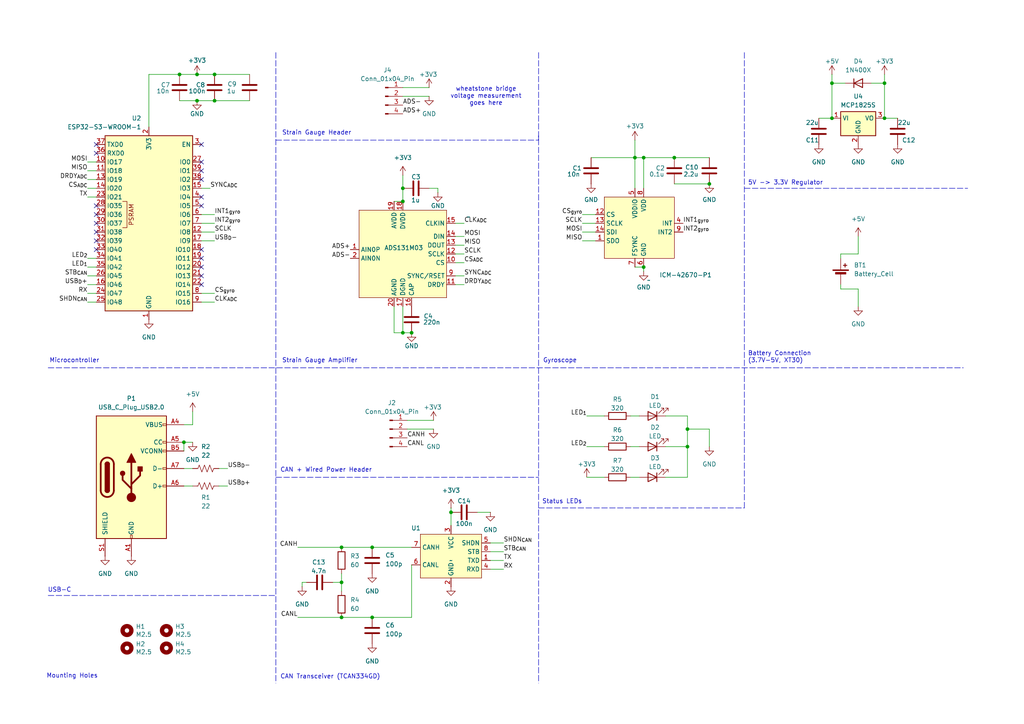
<source format=kicad_sch>
(kicad_sch (version 20231120) (generator "eeschema") (generator_version "8.0")
  (paper "A4")
  (lib_symbols
    (symbol "0_pwrmtr:ADS131M03"
      (property "Reference" "ADS131M03" (at -19.05 15.24 0))
      (symbol "ADS131M03_1_1"
        (rectangle (start -12.7 12.7) (end 12.7 -12.7) (fill (type background)))
        (pin input line (at -15.24 1.27 0) (length 2.54) (name "AIN0P") (number "1"))
        (pin input line (at 15.24 -2.54 180) (length 2.54) (name "CS") (number "10"))
        (pin input line (at 15.24 -8.89 180) (length 2.54) (name "DRDY") (number "11"))
        (pin input line (at 15.24 0 180) (length 2.54) (name "SCLK") (number "12"))
        (pin input line (at 15.24 2.54 180) (length 2.54) (name "DOUT") (number "13"))
        (pin input line (at 15.24 5.08 180) (length 2.54) (name "DIN") (number "14"))
        (pin input line (at 15.24 8.89 180) (length 2.54) (name "CLKIN") (number "15"))
        (pin input line (at 2.54 -15.24 90) (length 2.54) (name "CAP") (number "16"))
        (pin input line (at 0 -15.24 90) (length 2.54) (name "DGND") (number "17"))
        (pin input line (at 0 15.24 270) (length 2.54) (name "DVDD") (number "18"))
        (pin input line (at -2.54 15.24 270) (length 2.54) (name "AVDD") (number "19"))
        (pin input line (at -15.24 -1.27 0) (length 2.54) (name "AIN0N") (number "2"))
        (pin input line (at -2.54 -15.24 90) (length 2.54) (name "AGND") (number "20"))
        (pin input line (at -15.24 -8.89 0) (length 2.54) hide (name "AIN1N") (number "3"))
        (pin input line (at -15.24 -10.16 0) (length 2.54) hide (name "AIN1P") (number "4"))
        (pin input line (at -15.24 -11.43 0) (length 2.54) hide (name "AIN2P") (number "5"))
        (pin input line (at -12.7 -15.24 90) (length 2.54) hide (name "AIN2N") (number "6"))
        (pin input line (at -11.43 -15.24 90) (length 2.54) hide (name "NC") (number "7"))
        (pin input line (at -10.16 -15.24 90) (length 2.54) hide (name "NC") (number "8"))
        (pin input line (at 15.24 -6.35 180) (length 2.54) (name "SYNC/RSET") (number "9"))
      )
    )
    (symbol "0_pwrmtr:ICM-42670-P"
      (property "Reference" "ICM-42670-P" (at -21.59 12.7 0))
      (symbol "ICM-42670-P_1_1"
        (rectangle (start -10.16 8.89) (end 10.16 -8.89) (fill (type background)))
        (pin input line (at -12.7 -3.81 0) (length 2.54) (name "SDO") (number "1"))
        (pin no_connect line (at 5.08 11.43 270) (length 2.54) hide (name "NC") (number "10"))
        (pin no_connect line (at 7.62 11.43 270) (length 2.54) hide (name "NC") (number "11"))
        (pin input line (at -12.7 3.81 0) (length 2.54) (name "CS") (number "12"))
        (pin input line (at -12.7 1.27 0) (length 2.54) (name "SCLK") (number "13"))
        (pin input line (at -12.7 -1.27 0) (length 2.54) (name "SDI") (number "14"))
        (pin no_connect line (at -7.62 11.43 270) (length 2.54) hide (name "NC") (number "2"))
        (pin no_connect line (at -5.08 11.43 270) (length 2.54) hide (name "NC") (number "3"))
        (pin input line (at 12.7 1.27 180) (length 2.54) (name "INT") (number "4"))
        (pin input line (at -1.27 11.43 270) (length 2.54) (name "VDDIO") (number "5"))
        (pin input line (at 1.27 -11.43 90) (length 2.54) (name "GND") (number "6"))
        (pin input line (at -1.27 -11.43 90) (length 2.54) (name "FSYNC") (number "7"))
        (pin input line (at 1.27 11.43 270) (length 2.54) (name "VDD") (number "8"))
        (pin input line (at 12.7 -1.27 180) (length 2.54) (name "INT2") (number "9"))
      )
    )
    (symbol "0_pwrmtr:TCAN334"
      (property "Reference" "U" (at 0 0 0))
      (symbol "TCAN334_1_1"
        (rectangle (start -8.89 6.35) (end 8.89 -6.35) (fill (type background)))
        (pin input line (at 11.43 -1.27 180) (length 2.54) (name "TXD") (number "1"))
        (pin passive line (at 0 -8.89 90) (length 2.54) (name "GND") (number "2"))
        (pin power_in line (at 0 8.89 270) (length 2.54) (name "VCC") (number "3"))
        (pin output line (at 11.43 -3.81 180) (length 2.54) (name "RXD") (number "4"))
        (pin input line (at 11.43 3.81 180) (length 2.54) (name "SHDN") (number "5"))
        (pin output line (at -11.43 -2.54 0) (length 2.54) (name "CANL") (number "6"))
        (pin output line (at -11.43 2.54 0) (length 2.54) (name "CANH") (number "7"))
        (pin input line (at 11.43 1.27 180) (length 2.54) (name "STB") (number "8"))
      )
    )
    (symbol "Connector:Conn_01x04_Pin" (pin_names (offset 1.016) hide)
      (property "Reference" "J" (at 0 5.08 0))
      (property "Value" "Conn_01x04_Pin" (at 0 -7.62 0))
      (symbol "Conn_01x04_Pin_1_1"
        (polyline (pts (xy 1.27 -5.08) (xy 0.8636 -5.08)) (stroke (width 0.1524)))
        (polyline (pts (xy 1.27 -2.54) (xy 0.8636 -2.54)) (stroke (width 0.1524)))
        (polyline (pts (xy 1.27 0) (xy 0.8636 0)) (stroke (width 0.1524)))
        (polyline (pts (xy 1.27 2.54) (xy 0.8636 2.54)) (stroke (width 0.1524)))
        (rectangle (start 0.8636 -4.953) (end 0 -5.207) (stroke (width 0.1524)) (fill (type outline)))
        (rectangle (start 0.8636 -2.413) (end 0 -2.667) (stroke (width 0.1524)) (fill (type outline)))
        (rectangle (start 0.8636 0.127) (end 0 -0.127) (stroke (width 0.1524)) (fill (type outline)))
        (rectangle (start 0.8636 2.667) (end 0 2.413) (stroke (width 0.1524)) (fill (type outline)))
        (pin passive line (at 5.08 2.54 180) (length 3.81) (name "Pin_1") (number "1"))
        (pin passive line (at 5.08 0 180) (length 3.81) (name "Pin_2") (number "2"))
        (pin passive line (at 5.08 -2.54 180) (length 3.81) (name "Pin_3") (number "3"))
        (pin passive line (at 5.08 -5.08 180) (length 3.81) (name "Pin_4") (number "4"))
      )
    )
    (symbol "Connector:USB_C_Plug_USB2.0" (pin_names (offset 1.016))
      (property "Reference" "P" (at -10.16 19.05 0))
      (property "Value" "USB_C_Plug_USB2.0" (at 12.7 19.05 0))
      (symbol "USB_C_Plug_USB2.0_0_0"
        (rectangle (start -0.254 -17.78) (end 0.254 -16.764))
        (rectangle (start 10.16 -2.286) (end 9.144 -2.794))
        (rectangle (start 10.16 2.794) (end 9.144 2.286))
        (rectangle (start 10.16 7.874) (end 9.144 7.366))
        (rectangle (start 10.16 10.414) (end 9.144 9.906))
        (rectangle (start 10.16 15.494) (end 9.144 14.986))
      )
      (symbol "USB_C_Plug_USB2.0_0_1"
        (rectangle (start -10.16 17.78) (end 10.16 -17.78) (stroke (width 0.254)) (fill (type background)))
        (arc (start -8.89 -3.81) (mid -6.985 -5.7067) (end -5.08 -3.81) (stroke (width 0.508)))
        (arc (start -7.62 -3.81) (mid -6.985 -4.4423) (end -6.35 -3.81) (stroke (width 0.254)))
        (arc (start -7.62 -3.81) (mid -6.985 -4.4423) (end -6.35 -3.81) (stroke (width 0.254)) (fill (type outline)))
        (rectangle (start -7.62 -3.81) (end -6.35 3.81) (stroke (width 0.254)) (fill (type outline)))
        (arc (start -6.35 3.81) (mid -6.985 4.4423) (end -7.62 3.81) (stroke (width 0.254)))
        (arc (start -6.35 3.81) (mid -6.985 4.4423) (end -7.62 3.81) (stroke (width 0.254)) (fill (type outline)))
        (arc (start -5.08 3.81) (mid -6.985 5.7067) (end -8.89 3.81) (stroke (width 0.508)))
        (circle (center -2.54 1.143) (radius 0.635) (stroke (width 0.254)) (fill (type outline)))
        (circle (center 0 -5.842) (radius 1.27) (fill (type outline)))
        (polyline (pts (xy -8.89 -3.81) (xy -8.89 3.81)) (stroke (width 0.508)))
        (polyline (pts (xy -5.08 3.81) (xy -5.08 -3.81)) (stroke (width 0.508)))
        (polyline (pts (xy 0 -5.842) (xy 0 4.318)) (stroke (width 0.508)))
        (polyline (pts (xy 0 -3.302) (xy -2.54 -0.762) (xy -2.54 0.508)) (stroke (width 0.508)))
        (polyline (pts (xy 0 -2.032) (xy 2.54 0.508) (xy 2.54 1.778)) (stroke (width 0.508)))
        (polyline (pts (xy -1.27 4.318) (xy 0 6.858) (xy 1.27 4.318) (xy -1.27 4.318)) (stroke (width 0.254)) (fill (type outline)))
        (rectangle (start 1.905 1.778) (end 3.175 3.048) (stroke (width 0.254)) (fill (type outline)))
      )
      (symbol "USB_C_Plug_USB2.0_1_1"
        (pin passive line (at 0 -22.86 90) (length 5.08) (name "GND") (number "A1"))
        (pin passive line (at 0 -22.86 90) (length 5.08) hide (name "GND") (number "A12"))
        (pin passive line (at 15.24 15.24 180) (length 5.08) (name "VBUS") (number "A4"))
        (pin bidirectional line (at 15.24 10.16 180) (length 5.08) (name "CC") (number "A5"))
        (pin bidirectional line (at 15.24 -2.54 180) (length 5.08) (name "D+") (number "A6"))
        (pin bidirectional line (at 15.24 2.54 180) (length 5.08) (name "D-") (number "A7"))
        (pin passive line (at 15.24 15.24 180) (length 5.08) hide (name "VBUS") (number "A9"))
        (pin passive line (at 0 -22.86 90) (length 5.08) hide (name "GND") (number "B1"))
        (pin passive line (at 0 -22.86 90) (length 5.08) hide (name "GND") (number "B12"))
        (pin passive line (at 15.24 15.24 180) (length 5.08) hide (name "VBUS") (number "B4"))
        (pin bidirectional line (at 15.24 7.62 180) (length 5.08) (name "VCONN") (number "B5"))
        (pin passive line (at 15.24 15.24 180) (length 5.08) hide (name "VBUS") (number "B9"))
        (pin passive line (at -7.62 -22.86 90) (length 5.08) (name "SHIELD") (number "S1"))
      )
    )
    (symbol "Device:Battery_Cell" (pin_numbers hide) (pin_names (offset 0) hide)
      (property "Reference" "BT" (at 2.54 2.54 0))
      (property "Value" "Battery_Cell" (at 2.54 0 0))
      (symbol "Battery_Cell_0_1"
        (rectangle (start -2.286 1.778) (end 2.286 1.524) (fill (type outline)))
        (rectangle (start -1.524 1.016) (end 1.524 0.508) (fill (type outline)))
        (polyline (pts (xy 0 0.762) (xy 0 0)))
        (polyline (pts (xy 0 1.778) (xy 0 2.54)))
        (polyline (pts (xy 0.762 3.048) (xy 1.778 3.048)) (stroke (width 0.254)))
        (polyline (pts (xy 1.27 3.556) (xy 1.27 2.54)) (stroke (width 0.254)))
      )
      (symbol "Battery_Cell_1_1"
        (pin passive line (at 0 5.08 270) (length 2.54) (name "+") (number "1"))
        (pin passive line (at 0 -2.54 90) (length 2.54) (name "-") (number "2"))
      )
    )
    (symbol "Device:C" (pin_numbers hide) (pin_names (offset 0.254))
      (property "Reference" "C" (at 0.635 2.54 0))
      (property "Value" "C" (at 0.635 -2.54 0))
      (symbol "C_0_1"
        (polyline (pts (xy -2.032 -0.762) (xy 2.032 -0.762)) (stroke (width 0.508)))
        (polyline (pts (xy -2.032 0.762) (xy 2.032 0.762)) (stroke (width 0.508)))
      )
      (symbol "C_1_1"
        (pin passive line (at 0 3.81 270) (length 2.794) (name "~") (number "1"))
        (pin passive line (at 0 -3.81 90) (length 2.794) (name "~") (number "2"))
      )
    )
    (symbol "Device:D" (pin_numbers hide) (pin_names (offset 1.016) hide)
      (property "Reference" "D" (at 0 2.54 0))
      (property "Value" "D" (at 0 -2.54 0))
      (symbol "D_0_1"
        (polyline (pts (xy -1.27 1.27) (xy -1.27 -1.27)) (stroke (width 0.254)))
        (polyline (pts (xy 1.27 0) (xy -1.27 0)))
        (polyline (pts (xy 1.27 1.27) (xy 1.27 -1.27) (xy -1.27 0) (xy 1.27 1.27)) (stroke (width 0.254)))
      )
      (symbol "D_1_1"
        (pin passive line (at -3.81 0 0) (length 2.54) (name "K") (number "1"))
        (pin passive line (at 3.81 0 180) (length 2.54) (name "A") (number "2"))
      )
    )
    (symbol "Device:LED" (pin_numbers hide) (pin_names (offset 1.016) hide)
      (property "Reference" "D" (at 0 2.54 0))
      (property "Value" "LED" (at 0 -2.54 0))
      (symbol "LED_0_1"
        (polyline (pts (xy -1.27 -1.27) (xy -1.27 1.27)) (stroke (width 0.254)))
        (polyline (pts (xy -1.27 0) (xy 1.27 0)))
        (polyline (pts (xy 1.27 -1.27) (xy 1.27 1.27) (xy -1.27 0) (xy 1.27 -1.27)) (stroke (width 0.254)))
        (polyline (pts (xy -3.048 -0.762) (xy -4.572 -2.286) (xy -3.81 -2.286) (xy -4.572 -2.286) (xy -4.572 -1.524)))
        (polyline (pts (xy -1.778 -0.762) (xy -3.302 -2.286) (xy -2.54 -2.286) (xy -3.302 -2.286) (xy -3.302 -1.524)))
      )
      (symbol "LED_1_1"
        (pin passive line (at -3.81 0 0) (length 2.54) (name "K") (number "1"))
        (pin passive line (at 3.81 0 180) (length 2.54) (name "A") (number "2"))
      )
    )
    (symbol "Device:R" (pin_numbers hide) (pin_names (offset 0))
      (property "Reference" "R" (at 2.032 0 90))
      (property "Value" "R" (at 0 0 90))
      (symbol "R_0_1"
        (rectangle (start -1.016 -2.54) (end 1.016 2.54) (stroke (width 0.254)))
      )
      (symbol "R_1_1"
        (pin passive line (at 0 3.81 270) (length 1.27) (name "~") (number "1"))
        (pin passive line (at 0 -3.81 90) (length 1.27) (name "~") (number "2"))
      )
    )
    (symbol "Device:R_US" (pin_numbers hide) (pin_names (offset 0))
      (property "Reference" "R" (at 2.54 0 90))
      (property "Value" "R_US" (at -2.54 0 90))
      (symbol "R_US_0_1"
        (polyline (pts (xy 0 -2.286) (xy 0 -2.54)))
        (polyline (pts (xy 0 2.286) (xy 0 2.54)))
        (polyline (pts (xy 0 -0.762) (xy 1.016 -1.143) (xy 0 -1.524) (xy -1.016 -1.905) (xy 0 -2.286)))
        (polyline (pts (xy 0 0.762) (xy 1.016 0.381) (xy 0 0) (xy -1.016 -0.381) (xy 0 -0.762)))
        (polyline (pts (xy 0 2.286) (xy 1.016 1.905) (xy 0 1.524) (xy -1.016 1.143) (xy 0 0.762)))
      )
      (symbol "R_US_1_1"
        (pin passive line (at 0 3.81 270) (length 1.27) (name "~") (number "1"))
        (pin passive line (at 0 -3.81 90) (length 1.27) (name "~") (number "2"))
      )
    )
    (symbol "Mechanical:MountingHole" (pin_names (offset 1.016))
      (property "Reference" "H" (at 0 5.08 0))
      (property "Value" "MountingHole" (at 0 3.175 0))
      (symbol "MountingHole_0_1"
        (circle (center 0 0) (radius 1.27) (stroke (width 1.27)))
      )
    )
    (symbol "RF_Module:ESP32-S3-WROOM-1"
      (property "Reference" "U" (at -12.7 26.67 0))
      (property "Value" "ESP32-S3-WROOM-1" (at 12.7 26.67 0))
      (symbol "ESP32-S3-WROOM-1_0_0"
        (rectangle (start -12.7 25.4) (end 12.7 -25.4) (stroke (width 0.254)) (fill (type background)))
        (text "PSRAM" (at 5.08 2.54 900) (effects (font (size 1.27 1.27))))
      )
      (symbol "ESP32-S3-WROOM-1_0_1"
        (polyline (pts (xy 7.62 -1.27) (xy 6.35 -1.27) (xy 6.35 6.35) (xy 7.62 6.35)))
      )
      (symbol "ESP32-S3-WROOM-1_1_1"
        (pin power_in line (at 0 -27.94 90) (length 2.54) (name "GND") (number "1"))
        (pin bidirectional line (at 15.24 17.78 180) (length 2.54) (name "IO17") (number "10"))
        (pin bidirectional line (at 15.24 15.24 180) (length 2.54) (name "IO18") (number "11"))
        (pin bidirectional line (at -15.24 -2.54 0) (length 2.54) (name "IO8") (number "12"))
        (pin bidirectional line (at 15.24 12.7 180) (length 2.54) (name "IO19") (number "13"))
        (pin bidirectional line (at 15.24 10.16 180) (length 2.54) (name "IO20") (number "14"))
        (pin bidirectional line (at -15.24 10.16 0) (length 2.54) (name "IO3") (number "15"))
        (pin bidirectional line (at 15.24 -17.78 180) (length 2.54) (name "IO46") (number "16"))
        (pin bidirectional line (at -15.24 -5.08 0) (length 2.54) (name "IO9") (number "17"))
        (pin bidirectional line (at -15.24 -7.62 0) (length 2.54) (name "IO10") (number "18"))
        (pin bidirectional line (at -15.24 -10.16 0) (length 2.54) (name "IO11") (number "19"))
        (pin power_in line (at 0 27.94 270) (length 2.54) (name "3V3") (number "2"))
        (pin bidirectional line (at -15.24 -12.7 0) (length 2.54) (name "IO12") (number "20"))
        (pin bidirectional line (at -15.24 -15.24 0) (length 2.54) (name "IO13") (number "21"))
        (pin bidirectional line (at -15.24 -17.78 0) (length 2.54) (name "IO14") (number "22"))
        (pin bidirectional line (at 15.24 7.62 180) (length 2.54) (name "IO21") (number "23"))
        (pin bidirectional line (at 15.24 -20.32 180) (length 2.54) (name "IO47") (number "24"))
        (pin bidirectional line (at 15.24 -22.86 180) (length 2.54) (name "IO48") (number "25"))
        (pin bidirectional line (at 15.24 -15.24 180) (length 2.54) (name "IO45") (number "26"))
        (pin bidirectional line (at -15.24 17.78 0) (length 2.54) (name "IO0") (number "27"))
        (pin bidirectional line (at 15.24 5.08 180) (length 2.54) (name "IO35") (number "28"))
        (pin bidirectional line (at 15.24 2.54 180) (length 2.54) (name "IO36") (number "29"))
        (pin input line (at -15.24 22.86 0) (length 2.54) (name "EN") (number "3"))
        (pin bidirectional line (at 15.24 0 180) (length 2.54) (name "IO37") (number "30"))
        (pin bidirectional line (at 15.24 -2.54 180) (length 2.54) (name "IO38") (number "31"))
        (pin bidirectional line (at 15.24 -5.08 180) (length 2.54) (name "IO39") (number "32"))
        (pin bidirectional line (at 15.24 -7.62 180) (length 2.54) (name "IO40") (number "33"))
        (pin bidirectional line (at 15.24 -10.16 180) (length 2.54) (name "IO41") (number "34"))
        (pin bidirectional line (at 15.24 -12.7 180) (length 2.54) (name "IO42") (number "35"))
        (pin bidirectional line (at 15.24 20.32 180) (length 2.54) (name "RXD0") (number "36"))
        (pin bidirectional line (at 15.24 22.86 180) (length 2.54) (name "TXD0") (number "37"))
        (pin bidirectional line (at -15.24 12.7 0) (length 2.54) (name "IO2") (number "38"))
        (pin bidirectional line (at -15.24 15.24 0) (length 2.54) (name "IO1") (number "39"))
        (pin bidirectional line (at -15.24 7.62 0) (length 2.54) (name "IO4") (number "4"))
        (pin passive line (at 0 -27.94 90) (length 2.54) hide (name "GND") (number "40"))
        (pin passive line (at 0 -27.94 90) (length 2.54) hide (name "GND") (number "41"))
        (pin bidirectional line (at -15.24 5.08 0) (length 2.54) (name "IO5") (number "5"))
        (pin bidirectional line (at -15.24 2.54 0) (length 2.54) (name "IO6") (number "6"))
        (pin bidirectional line (at -15.24 0 0) (length 2.54) (name "IO7") (number "7"))
        (pin bidirectional line (at -15.24 -20.32 0) (length 2.54) (name "IO15") (number "8"))
        (pin bidirectional line (at -15.24 -22.86 0) (length 2.54) (name "IO16") (number "9"))
      )
    )
    (symbol "Regulator_Linear:MCP1825S"
      (property "Reference" "U" (at -3.81 3.175 0))
      (property "Value" "MCP1825S" (at 0 3.175 0))
      (symbol "MCP1825S_0_1"
        (rectangle (start -5.08 1.905) (end 5.08 -5.08) (stroke (width 0.254)) (fill (type background)))
      )
      (symbol "MCP1825S_1_1"
        (pin power_in line (at -7.62 0 0) (length 2.54) (name "VI") (number "1"))
        (pin power_in line (at 0 -7.62 90) (length 2.54) (name "GND") (number "2"))
        (pin power_out line (at 7.62 0 180) (length 2.54) (name "VO") (number "3"))
      )
    )
    (symbol "power:+3.3V" (power) (pin_names (offset 0))
      (property "Value" "+3.3V" (at 0 3.556 0))
      (symbol "+3.3V_0_1"
        (polyline (pts (xy -0.762 1.27) (xy 0 2.54)))
        (polyline (pts (xy 0 0) (xy 0 2.54)))
        (polyline (pts (xy 0 2.54) (xy 0.762 1.27)))
      )
      (symbol "+3.3V_1_1"
        (pin power_in line (at 0 0 90) (length 0) hide (name "+3.3V") (number "1"))
      )
    )
    (symbol "power:+3V3" (power) (pin_numbers hide) (pin_names (offset 0) hide)
      (property "Value" "+3V3" (at 0 3.556 0))
      (symbol "+3V3_0_1"
        (polyline (pts (xy -0.762 1.27) (xy 0 2.54)))
        (polyline (pts (xy 0 0) (xy 0 2.54)))
        (polyline (pts (xy 0 2.54) (xy 0.762 1.27)))
      )
      (symbol "+3V3_1_1"
        (pin power_in line (at 0 0 90) (length 0) (name "~") (number "1"))
      )
    )
    (symbol "power:+5V" (power) (pin_numbers hide) (pin_names (offset 0) hide)
      (property "Value" "+5V" (at 0 3.556 0))
      (symbol "+5V_0_1"
        (polyline (pts (xy -0.762 1.27) (xy 0 2.54)))
        (polyline (pts (xy 0 0) (xy 0 2.54)))
        (polyline (pts (xy 0 2.54) (xy 0.762 1.27)))
      )
      (symbol "+5V_1_1"
        (pin power_in line (at 0 0 90) (length 0) (name "~") (number "1"))
      )
    )
    (symbol "power:GND" (power) (pin_numbers hide) (pin_names (offset 0) hide)
      (property "Value" "GND" (at 0 -3.81 0))
      (symbol "GND_0_1"
        (polyline (pts (xy 0 0) (xy 0 -1.27) (xy 1.27 -1.27) (xy 0 -2.54) (xy -1.27 -1.27) (xy 0 -1.27)))
      )
      (symbol "GND_1_1"
        (pin power_in line (at 0 0 270) (length 0) (name "~") (number "1"))
      )
    )
  )
  (junction (at 205.74 53.34))
  (junction (at 99.06 179.07))
  (junction (at 199.39 129.54))
  (junction (at 195.58 45.72))
  (junction (at 184.15 45.72))
  (junction (at 116.84 96.52))
  (junction (at 99.06 158.75))
  (junction (at 256.54 34.29))
  (junction (at 119.38 96.52))
  (junction (at 57.15 21.59))
  (junction (at 199.39 124.46))
  (junction (at 107.95 158.75))
  (junction (at 53.34 128.27))
  (junction (at 99.06 168.91))
  (junction (at 256.54 24.13))
  (junction (at 116.84 54.61))
  (junction (at 57.15 29.21))
  (junction (at 116.84 58.42))
  (junction (at 62.23 21.59))
  (junction (at 52.07 21.59))
  (junction (at 241.3 34.29))
  (junction (at 186.69 45.72))
  (junction (at 107.95 179.07))
  (junction (at 130.81 148.59))
  (junction (at 186.69 77.47))
  (junction (at 241.3 24.13))
  (junction (at 62.23 29.21))
  (no_connect (at 27.94 62.23))
  (no_connect (at 27.94 72.39))
  (no_connect (at 58.42 52.07))
  (no_connect (at 27.94 41.91))
  (no_connect (at 58.42 46.99))
  (no_connect (at 58.42 74.93))
  (no_connect (at 58.42 77.47))
  (no_connect (at 27.94 69.85))
  (no_connect (at 27.94 59.69))
  (no_connect (at 58.42 49.53))
  (no_connect (at 58.42 57.15))
  (no_connect (at 58.42 80.01))
  (no_connect (at 27.94 67.31))
  (no_connect (at 58.42 82.55))
  (no_connect (at 58.42 72.39))
  (no_connect (at 58.42 59.69))
  (no_connect (at 27.94 64.77))
  (no_connect (at 58.42 41.91))
  (no_connect (at 27.94 44.45))
  (wire (pts (xy 182.88 129.54) (xy 185.42 129.54)))
  (wire (pts (xy 114.3 96.52) (xy 116.84 96.52)))
  (wire (pts (xy 58.42 87.63) (xy 62.23 87.63)))
  (wire (pts (xy 168.91 69.85) (xy 172.72 69.85)))
  (wire (pts (xy 195.58 53.34) (xy 205.74 53.34)))
  (wire (pts (xy 53.34 123.19) (xy 55.88 123.19)))
  (polyline (pts (xy 80.01 15.24) (xy 80.01 106.68)) (stroke (width 0) (type dash)))
  (polyline (pts (xy 13.97 172.72) (xy 80.01 172.72)) (stroke (width 0) (type dash)))
  (wire (pts (xy 119.38 163.83) (xy 119.38 179.07)))
  (wire (pts (xy 248.92 83.82) (xy 243.84 83.82)))
  (wire (pts (xy 116.84 50.8) (xy 116.84 54.61)))
  (wire (pts (xy 243.84 73.66) (xy 243.84 74.93)))
  (wire (pts (xy 57.15 29.21) (xy 62.23 29.21)))
  (wire (pts (xy 256.54 21.59) (xy 256.54 24.13)))
  (wire (pts (xy 87.63 168.91) (xy 87.63 170.18)))
  (wire (pts (xy 184.15 45.72) (xy 186.69 45.72)))
  (wire (pts (xy 146.05 165.1) (xy 142.24 165.1)))
  (wire (pts (xy 107.95 158.75) (xy 119.38 158.75)))
  (wire (pts (xy 199.39 124.46) (xy 199.39 129.54)))
  (wire (pts (xy 184.15 40.64) (xy 184.15 45.72)))
  (wire (pts (xy 182.88 120.65) (xy 185.42 120.65)))
  (wire (pts (xy 248.92 88.9) (xy 248.92 83.82)))
  (wire (pts (xy 170.18 120.65) (xy 175.26 120.65)))
  (wire (pts (xy 57.15 21.59) (xy 62.23 21.59)))
  (wire (pts (xy 199.39 129.54) (xy 199.39 138.43)))
  (wire (pts (xy 125.73 121.92) (xy 118.11 121.92)))
  (wire (pts (xy 248.92 68.58) (xy 248.92 73.66)))
  (wire (pts (xy 62.23 85.09) (xy 58.42 85.09)))
  (wire (pts (xy 52.07 21.59) (xy 57.15 21.59)))
  (wire (pts (xy 142.24 160.02) (xy 146.05 160.02)))
  (wire (pts (xy 52.07 29.21) (xy 57.15 29.21)))
  (wire (pts (xy 199.39 124.46) (xy 205.74 124.46)))
  (wire (pts (xy 55.88 128.27) (xy 53.34 128.27)))
  (wire (pts (xy 195.58 45.72) (xy 205.74 45.72)))
  (wire (pts (xy 43.18 21.59) (xy 52.07 21.59)))
  (wire (pts (xy 62.23 29.21) (xy 72.39 29.21)))
  (polyline (pts (xy 80.01 106.68) (xy 80.01 198.12)) (stroke (width 0) (type dash)))
  (wire (pts (xy 199.39 120.65) (xy 199.39 124.46)))
  (wire (pts (xy 96.52 168.91) (xy 99.06 168.91)))
  (wire (pts (xy 25.4 49.53) (xy 27.94 49.53)))
  (wire (pts (xy 170.18 129.54) (xy 175.26 129.54)))
  (wire (pts (xy 184.15 45.72) (xy 184.15 54.61)))
  (wire (pts (xy 132.08 68.58) (xy 134.62 68.58)))
  (wire (pts (xy 186.69 78.74) (xy 186.69 77.47)))
  (wire (pts (xy 132.08 82.55) (xy 134.62 82.55)))
  (wire (pts (xy 124.46 25.4) (xy 116.84 25.4)))
  (wire (pts (xy 184.15 77.47) (xy 186.69 77.47)))
  (wire (pts (xy 58.42 67.31) (xy 62.23 67.31)))
  (wire (pts (xy 116.84 88.9) (xy 116.84 96.52)))
  (wire (pts (xy 125.73 124.46) (xy 118.11 124.46)))
  (wire (pts (xy 127 54.61) (xy 127 55.88)))
  (wire (pts (xy 237.49 34.29) (xy 241.3 34.29)))
  (wire (pts (xy 25.4 54.61) (xy 27.94 54.61)))
  (wire (pts (xy 186.69 54.61) (xy 186.69 45.72)))
  (wire (pts (xy 63.5 140.97) (xy 66.04 140.97)))
  (wire (pts (xy 43.18 21.59) (xy 43.18 36.83)))
  (wire (pts (xy 62.23 21.59) (xy 72.39 21.59)))
  (wire (pts (xy 132.08 80.01) (xy 134.62 80.01)))
  (wire (pts (xy 114.3 58.42) (xy 116.84 58.42)))
  (wire (pts (xy 132.08 64.77) (xy 134.62 64.77)))
  (polyline (pts (xy 156.21 40.64) (xy 156.21 39.37)) (stroke (width 0) (type dash)))
  (wire (pts (xy 86.36 158.75) (xy 99.06 158.75)))
  (wire (pts (xy 25.4 77.47) (xy 27.94 77.47)))
  (wire (pts (xy 63.5 135.89) (xy 66.04 135.89)))
  (wire (pts (xy 99.06 158.75) (xy 107.95 158.75)))
  (wire (pts (xy 193.04 129.54) (xy 199.39 129.54)))
  (wire (pts (xy 193.04 120.65) (xy 199.39 120.65)))
  (wire (pts (xy 25.4 74.93) (xy 27.94 74.93)))
  (wire (pts (xy 138.43 148.59) (xy 142.24 148.59)))
  (wire (pts (xy 116.84 96.52) (xy 119.38 96.52)))
  (wire (pts (xy 25.4 80.01) (xy 27.94 80.01)))
  (wire (pts (xy 252.73 24.13) (xy 256.54 24.13)))
  (wire (pts (xy 124.46 27.94) (xy 116.84 27.94)))
  (wire (pts (xy 241.3 24.13) (xy 245.11 24.13)))
  (wire (pts (xy 25.4 85.09) (xy 27.94 85.09)))
  (wire (pts (xy 170.18 138.43) (xy 175.26 138.43)))
  (wire (pts (xy 53.34 128.27) (xy 53.34 130.81)))
  (wire (pts (xy 99.06 166.37) (xy 99.06 168.91)))
  (wire (pts (xy 205.74 124.46) (xy 205.74 129.54)))
  (wire (pts (xy 58.42 64.77) (xy 62.23 64.77)))
  (wire (pts (xy 241.3 24.13) (xy 241.3 34.29)))
  (wire (pts (xy 193.04 138.43) (xy 199.39 138.43)))
  (wire (pts (xy 168.91 64.77) (xy 172.72 64.77)))
  (wire (pts (xy 260.35 34.29) (xy 256.54 34.29)))
  (polyline (pts (xy 156.21 147.32) (xy 215.9 147.32)) (stroke (width 0) (type dash)))
  (wire (pts (xy 86.36 179.07) (xy 99.06 179.07)))
  (wire (pts (xy 116.84 54.61) (xy 116.84 58.42)))
  (wire (pts (xy 88.9 168.91) (xy 87.63 168.91)))
  (polyline (pts (xy 80.01 138.43) (xy 156.21 138.43)) (stroke (width 0) (type dash)))
  (wire (pts (xy 130.81 147.32) (xy 130.81 148.59)))
  (wire (pts (xy 58.42 54.61) (xy 60.96 54.61)))
  (wire (pts (xy 132.08 76.2) (xy 134.62 76.2)))
  (wire (pts (xy 256.54 24.13) (xy 256.54 34.29)))
  (polyline (pts (xy 13.97 106.68) (xy 279.4 106.68)) (stroke (width 0) (type dash)))
  (wire (pts (xy 124.46 54.61) (xy 127 54.61)))
  (wire (pts (xy 146.05 162.56) (xy 142.24 162.56)))
  (polyline (pts (xy 156.21 15.24) (xy 156.21 106.68)) (stroke (width 0) (type dash)))
  (wire (pts (xy 171.45 45.72) (xy 184.15 45.72)))
  (polyline (pts (xy 80.01 40.64) (xy 156.21 40.64)) (stroke (width 0) (type dash)))
  (wire (pts (xy 58.42 69.85) (xy 62.23 69.85)))
  (wire (pts (xy 25.4 46.99) (xy 27.94 46.99)))
  (wire (pts (xy 53.34 140.97) (xy 55.88 140.97)))
  (polyline (pts (xy 215.9 54.61) (xy 280.67 54.61)) (stroke (width 0) (type dash)))
  (wire (pts (xy 55.88 123.19) (xy 55.88 119.38)))
  (wire (pts (xy 168.91 62.23) (xy 172.72 62.23)))
  (polyline (pts (xy 156.21 106.68) (xy 156.21 198.12)) (stroke (width 0) (type dash)))
  (wire (pts (xy 142.24 157.48) (xy 146.05 157.48)))
  (wire (pts (xy 25.4 87.63) (xy 27.94 87.63)))
  (wire (pts (xy 99.06 168.91) (xy 99.06 171.45)))
  (wire (pts (xy 168.91 67.31) (xy 172.72 67.31)))
  (wire (pts (xy 241.3 21.59) (xy 241.3 24.13)))
  (wire (pts (xy 25.4 57.15) (xy 27.94 57.15)))
  (polyline (pts (xy 215.9 147.32) (xy 215.9 106.68)) (stroke (width 0) (type dash)))
  (wire (pts (xy 114.3 88.9) (xy 114.3 96.52)))
  (wire (pts (xy 243.84 83.82) (xy 243.84 82.55)))
  (wire (pts (xy 58.42 62.23) (xy 62.23 62.23)))
  (wire (pts (xy 186.69 45.72) (xy 195.58 45.72)))
  (polyline (pts (xy 215.9 15.24) (xy 215.9 106.68)) (stroke (width 0) (type dash)))
  (wire (pts (xy 25.4 52.07) (xy 27.94 52.07)))
  (wire (pts (xy 248.92 73.66) (xy 243.84 73.66)))
  (wire (pts (xy 107.95 179.07) (xy 99.06 179.07)))
  (wire (pts (xy 53.34 135.89) (xy 55.88 135.89)))
  (wire (pts (xy 182.88 138.43) (xy 185.42 138.43)))
  (wire (pts (xy 130.81 148.59) (xy 130.81 152.4)))
  (wire (pts (xy 132.08 73.66) (xy 134.62 73.66)))
  (wire (pts (xy 132.08 71.12) (xy 134.62 71.12)))
  (wire (pts (xy 25.4 82.55) (xy 27.94 82.55)))
  (wire (pts (xy 119.38 179.07) (xy 107.95 179.07)))
  (text "Strain Gauge Header" (at 81.788 38.608 0) (effects (font (size 1.27 1.27)) (justify left)))
  (text "Strain Gauge Amplifier" (at 81.788 104.648 0) (effects (font (size 1.27 1.27)) (justify left)))
  (text "wheatstone bridge\nvoltage measurement\ngoes here" (at 140.97 27.94 0) (effects (font (size 1.27 1.27))))
  (text "CAN + Wired Power Header" (at 81.28 136.398 0) (effects (font (size 1.27 1.27)) (justify left)))
  (text "Status LEDs" (at 157.226 145.542 0) (effects (font (size 1.27 1.27)) (justify left)))
  (text "Mounting Holes" (at 13.462 196.85 0) (effects (font (size 1.27 1.27)) (justify left bottom)))
  (text "Microcontroller" (at 21.59 104.648 0) (effects (font (size 1.27 1.27))))
  (text "5V -> 3.3V Regulator" (at 227.838 53.086 0) (effects (font (size 1.27 1.27))))
  (text "MPU6000 and ADS131\nare both using SPI" (at -34.036 69.088 0) (effects (font (size 1.27 1.27))))
  (text "Battery Connection\n(3.7V-5V, XT30)" (at 216.916 103.632 0) (effects (font (size 1.27 1.27)) (justify left)))
  (text "QUESTIONS\nhow can NC pins be used for PCB trace routing??\nfor I2C pins that i don't use, do i leave them floating or ground them?" (at -83.058 56.134 0) (effects (font (size 1.27 1.27)) (justify left)))
  (text "Gyroscope" (at 157.48 104.648 0) (effects (font (size 1.27 1.27)) (justify left)))
  (text "USB-C" (at 17.272 171.196 0) (effects (font (size 1.27 1.27))))
  (text "CAN Transceiver (TCAN334GD)" (at 81.28 196.342 0) (effects (font (size 1.27 1.27)) (justify left)))
  (label "LED_{1}" (at 170.18 120.65 180))
  (label "CLK_{ADC}" (at 62.23 87.63 0))
  (label "TX" (at 25.4 57.15 180))
  (label "SCLK" (at 134.62 73.66 0))
  (label "INT2_{gyro}" (at 62.23 64.77 0))
  (label "SHDN_{CAN}" (at 146.05 157.48 0))
  (label "ADS+" (at 116.84 33.02 0))
  (label "DRDY_{ADC}" (at 134.62 82.55 0))
  (label "MOSI" (at 168.91 67.31 180))
  (label "CS_{ADC}" (at 134.62 76.2 0))
  (label "MOSI" (at 25.4 46.99 180))
  (label "STB_{CAN}" (at 25.4 80.01 180))
  (label "MISO" (at 134.62 71.12 0))
  (label "INT2_{gyro}" (at 198.12 67.31 0))
  (label "ADS-" (at 101.6 74.93 180))
  (label "CS_{gyro}" (at 168.91 62.23 180))
  (label "TX" (at 146.05 162.56 0))
  (label "INT1_{gyro}" (at 62.23 62.23 0))
  (label "SYNC_{ADC}" (at 134.62 80.01 0))
  (label "MISO" (at 25.4 49.53 180))
  (label "SCLK" (at 168.91 64.77 180))
  (label "USB_{D}+" (at 66.04 140.97 0))
  (label "SCLK" (at 62.23 67.31 0))
  (label "ADS+" (at 101.6 72.39 180))
  (label "LED_{2}" (at 25.4 74.93 180))
  (label "STB_{CAN}" (at 146.05 160.02 0))
  (label "LED_{2}" (at 170.18 129.54 180))
  (label "USB_{D}+" (at 25.4 82.55 180))
  (label "ADS-" (at 116.84 30.48 0))
  (label "USB_{D}-" (at 66.04 135.89 0))
  (label "CANL" (at 86.36 179.07 180))
  (label "LED_{1}" (at 25.4 77.47 180))
  (label "RX" (at 146.05 165.1 0))
  (label "CANH" (at 86.36 158.75 180))
  (label "SHDN_{CAN}" (at 25.4 87.63 180))
  (label "USB_{D}-" (at 62.23 69.85 0))
  (label "CS_{ADC}" (at 25.4 54.61 180))
  (label "SYNC_{ADC}" (at 60.96 54.61 0))
  (label "CS_{gyro}" (at 62.23 85.09 0))
  (label "CANH" (at 118.11 127 0))
  (label "DRDY_{ADC}" (at 25.4 52.07 180))
  (label "RX" (at 25.4 85.09 180))
  (label "CANL" (at 118.11 129.54 0))
  (label "CLK_{ADC}" (at 134.62 64.77 0))
  (label "MISO" (at 168.91 69.85 180))
  (label "MOSI" (at 134.62 68.58 0))
  (label "INT1_{gyro}" (at 198.12 64.77 0))
  (symbol (lib_id "Device:C") (at 92.71 168.91 90) (unit 1)
    (property "Reference" "C13" (at 92.456 163.068 90))
    (property "Value" "4.7n" (at 92.456 165.608 90))
    (property "Footprint" "Capacitor_SMD:C_0402_1005Metric" (effects (hide yes)))
    (property "Description" "Unpolarized capacitor" (effects (hide yes)))
  )
  (symbol (lib_id "Device:LED") (at 189.23 120.65 180) (unit 1)
    (property "Reference" "D1" (at 189.992 115.062 0))
    (property "Value" "LED" (at 189.992 117.602 0))
    (property "Footprint" "LED_SMD:LED_0402_1005Metric" (effects (hide yes)))
    (property "Description" "Light emitting diode" (effects (hide yes)))
  )
  (symbol (lib_id "power:GND") (at 87.63 170.18 0) (unit 1)
    (property "Reference" "#PWR08" (effects (hide yes)))
    (property "Value" "GND" (at 87.63 175.26 0))
    (property "Description" "Power symbol creates a global label with name \"GND\" , ground" (effects (hide yes)))
  )
  (symbol (lib_id "power:GND") (at 127 55.88 0) (unit 1)
    (property "Reference" "#PWR010" (effects (hide yes)))
    (property "Value" "GND" (at 127 59.69 0))
    (property "Description" "Power symbol creates a global label with name \"GND\" , ground" (effects (hide yes)))
  )
  (symbol (lib_id "0_pwrmtr:ICM-42670-P") (at 185.42 66.04 0) (unit 1)
    (property "Reference" "ICM-42670-P1" (at 191.262 79.756 0) (effects (justify left)))
    (property "Value" "~" (at 187.6141 81.28 0) (effects (justify left)))
    (property "Footprint" "Package_LGA:LGA-14_3x2.5mm_P0.5mm_LayoutBorder3x4y" (effects (hide yes)))
  )
  (symbol (lib_id "power:GND") (at 55.88 128.27 0) (unit 1)
    (property "Reference" "#PWR020" (effects (hide yes)))
    (property "Value" "GND" (at 55.88 133.35 0))
    (property "Description" "Power symbol creates a global label with name \"GND\" , ground" (effects (hide yes)))
  )
  (symbol (lib_id "power:GND") (at 130.81 170.18 0) (unit 1)
    (property "Reference" "#PWR09" (effects (hide yes)))
    (property "Value" "GND" (at 130.81 175.26 0))
    (property "Description" "Power symbol creates a global label with name \"GND\" , ground" (effects (hide yes)))
  )
  (symbol (lib_id "power:GND") (at 124.46 27.94 0) (unit 1)
    (property "Reference" "#PWR027" (effects (hide yes)))
    (property "Value" "GND" (at 124.46 33.02 0))
    (property "Description" "Power symbol creates a global label with name \"GND\" , ground" (effects (hide yes)))
  )
  (symbol (lib_id "Device:Battery_Cell") (at 243.84 80.01 0) (unit 1)
    (property "Reference" "BT1" (at 247.65 76.8984 0) (effects (justify left)))
    (property "Value" "Battery_Cell" (at 247.65 79.4384 0) (effects (justify left)))
    (property "Footprint" "Connector_AMASS:AMASS_XT30U-M_1x02_P5.0mm_Vertical" (effects (hide yes)))
    (property "Description" "Single-cell battery" (effects (hide yes)))
  )
  (symbol (lib_id "power:+3V3") (at 125.73 121.92 0) (unit 1)
    (property "Reference" "#PWR017" (effects (hide yes)))
    (property "Value" "+3V3" (at 125.476 118.11 0))
    (property "Description" "Power symbol creates a global label with name \"+3V3\"" (effects (hide yes)))
  )
  (symbol (lib_id "Device:C") (at 107.95 182.88 0) (unit 1)
    (property "Reference" "C6" (at 111.76 181.356 0) (effects (justify left)))
    (property "Value" "100p" (at 111.76 183.896 0) (effects (justify left)))
    (property "Footprint" "Capacitor_SMD:C_0402_1005Metric" (effects (hide yes)))
    (property "Description" "Unpolarized capacitor" (effects (hide yes)))
  )
  (symbol (lib_id "power:+3V3") (at 116.84 50.8 0) (unit 1)
    (property "Reference" "#PWR011" (effects (hide yes)))
    (property "Value" "+3V3" (at 116.84 45.72 0))
    (property "Description" "Power symbol creates a global label with name \"+3V3\"" (effects (hide yes)))
  )
  (symbol (lib_id "power:GND") (at 171.45 53.34 0) (unit 1)
    (property "Reference" "#PWR037" (effects (hide yes)))
    (property "Value" "GND" (at 171.45 57.912 0))
    (property "Description" "Power symbol creates a global label with name \"GND\" , ground" (effects (hide yes)))
  )
  (symbol (lib_id "Device:C") (at 120.65 54.61 270) (unit 1)
    (property "Reference" "C3" (at 120.65 51.308 90))
    (property "Value" "1u" (at 120.523 58.039 90))
    (property "Footprint" "Capacitor_SMD:C_0402_1005Metric" (effects (hide yes)))
    (property "Description" "Unpolarized capacitor" (effects (hide yes)))
  )
  (symbol (lib_id "power:GND") (at 107.95 186.69 0) (unit 1)
    (property "Reference" "#PWR014" (effects (hide yes)))
    (property "Value" "GND" (at 107.95 191.77 0))
    (property "Description" "Power symbol creates a global label with name \"GND\" , ground" (effects (hide yes)))
  )
  (symbol (lib_id "Device:R") (at 179.07 138.43 90) (unit 1)
    (property "Reference" "R7" (at 179.07 133.604 90))
    (property "Value" "320" (at 179.07 136.144 90))
    (property "Footprint" "Resistor_SMD:R_0402_1005Metric" (effects (hide yes)))
    (property "Description" "Resistor" (effects (hide yes)))
  )
  (symbol (lib_id "Device:R") (at 99.06 175.26 0) (unit 1)
    (property "Reference" "R4" (at 101.6 173.9899 0) (effects (justify left)))
    (property "Value" "60" (at 101.6 176.5299 0) (effects (justify left)))
    (property "Footprint" "Resistor_SMD:R_0402_1005Metric" (effects (hide yes)))
    (property "Description" "Resistor" (effects (hide yes)))
  )
  (symbol (lib_id "Device:C") (at 237.49 38.1 180) (unit 1)
    (property "Reference" "C11" (at 233.68 40.64 0) (effects (justify right)))
    (property "Value" "22u" (at 233.68 35.56 0) (effects (justify right)))
    (property "Footprint" "Capacitor_SMD:C_0402_1005Metric" (effects (hide yes)))
  )
  (symbol (lib_id "power:GND") (at 43.18 92.71 0) (unit 1)
    (property "Reference" "#PWR07" (effects (hide yes)))
    (property "Value" "GND" (at 43.18 97.79 0))
    (property "Description" "Power symbol creates a global label with name \"GND\" , ground" (effects (hide yes)))
  )
  (symbol (lib_id "power:+3.3V") (at 256.54 21.59 0) (unit 1)
    (property "Reference" "#PWR031" (effects (hide yes)))
    (property "Value" "+3V3" (at 256.54 17.78 0))
  )
  (symbol (lib_id "power:GND") (at 57.15 29.21 0) (unit 1)
    (property "Reference" "#PWR06" (effects (hide yes)))
    (property "Value" "GND" (at 57.15 33.02 0))
    (property "Description" "Power symbol creates a global label with name \"GND\" , ground" (effects (hide yes)))
  )
  (symbol (lib_id "Mechanical:MountingHole") (at 36.83 182.88 0) (unit 1)
    (property "Reference" "H1" (at 39.37 181.7116 0) (effects (justify left)))
    (property "Value" "M2.5" (at 39.37 184.023 0) (effects (justify left)))
    (property "Footprint" "MountingHole:MountingHole_2.7mm_M2.5" (effects (hide yes)))
  )
  (symbol (lib_id "Device:C") (at 134.62 148.59 270) (unit 1)
    (property "Reference" "C14" (at 134.62 145.288 90))
    (property "Value" "100n" (at 134.62 151.892 90))
    (property "Footprint" "Capacitor_SMD:C_0402_1005Metric" (effects (hide yes)))
    (property "Description" "Unpolarized capacitor" (effects (hide yes)))
  )
  (symbol (lib_id "Device:C") (at 119.38 92.71 180) (unit 1)
    (property "Reference" "C4" (at 124.206 91.694 0))
    (property "Value" "220n" (at 125.222 93.472 0))
    (property "Footprint" "Capacitor_SMD:C_0402_1005Metric" (effects (hide yes)))
    (property "Description" "Unpolarized capacitor" (effects (hide yes)))
  )
  (symbol (lib_id "Connector:Conn_01x04_Pin") (at 113.03 124.46 0) (unit 1)
    (property "Reference" "J2" (at 113.665 116.84 0))
    (property "Value" "Conn_01x04_Pin" (at 113.665 119.38 0))
    (property "Footprint" "Connector_PinSocket_2.00mm:PinSocket_1x04_P2.00mm_Vertical" (effects (hide yes)))
    (property "Description" "Generic connector, single row, 01x04, script generated" (effects (hide yes)))
  )
  (symbol (lib_id "power:+5V") (at 248.92 68.58 0) (unit 1)
    (property "Reference" "#PWR035" (effects (hide yes)))
    (property "Value" "+5V" (at 248.92 63.5 0))
    (property "Description" "Power symbol creates a global label with name \"+5V\"" (effects (hide yes)))
  )
  (symbol (lib_id "power:GND") (at 248.92 41.91 0) (unit 1)
    (property "Reference" "#PWR030" (effects (hide yes)))
    (property "Value" "GND" (at 248.92 46.99 0))
  )
  (symbol (lib_id "power:+5V") (at 241.3 21.59 0) (unit 1)
    (property "Reference" "#PWR029" (effects (hide yes)))
    (property "Value" "+5V" (at 241.3 17.78 0))
  )
  (symbol (lib_id "Device:C") (at 171.45 49.53 180) (unit 1)
    (property "Reference" "C1" (at 167.386 48.768 0))
    (property "Value" "10n" (at 166.37 50.546 0))
    (property "Footprint" "Capacitor_SMD:C_0402_1005Metric" (effects (hide yes)))
    (property "Description" "Unpolarized capacitor" (effects (hide yes)))
  )
  (symbol (lib_id "power:GND") (at 125.73 124.46 0) (unit 1)
    (property "Reference" "#PWR018" (effects (hide yes)))
    (property "Value" "GND" (at 125.73 129.54 0))
    (property "Description" "Power symbol creates a global label with name \"GND\" , ground" (effects (hide yes)))
  )
  (symbol (lib_id "power:+3V3") (at 184.15 40.64 0) (unit 1)
    (property "Reference" "#PWR024" (effects (hide yes)))
    (property "Value" "+3V3" (at 184.15 36.576 0))
    (property "Description" "Power symbol creates a global label with name \"+3V3\"" (effects (hide yes)))
  )
  (symbol (lib_id "Connector:Conn_01x04_Pin") (at 111.76 27.94 0) (unit 1)
    (property "Reference" "J4" (at 112.395 20.32 0))
    (property "Value" "Conn_01x04_Pin" (at 112.395 22.86 0))
    (property "Footprint" "Connector_PinSocket_2.00mm:PinSocket_1x04_P2.00mm_Vertical" (effects (hide yes)))
    (property "Description" "Generic connector, single row, 01x04, script generated" (effects (hide yes)))
  )
  (symbol (lib_id "Device:C") (at 107.95 162.56 0) (unit 1)
    (property "Reference" "C5" (at 111.76 161.036 0) (effects (justify left)))
    (property "Value" "100p" (at 111.76 163.576 0) (effects (justify left)))
    (property "Footprint" "Capacitor_SMD:C_0402_1005Metric" (effects (hide yes)))
    (property "Description" "Unpolarized capacitor" (effects (hide yes)))
  )
  (symbol (lib_id "Device:R") (at 99.06 162.56 0) (unit 1)
    (property "Reference" "R3" (at 101.6 161.2899 0) (effects (justify left)))
    (property "Value" "60" (at 101.6 163.8299 0) (effects (justify left)))
    (property "Footprint" "Resistor_SMD:R_0402_1005Metric" (effects (hide yes)))
    (property "Description" "Resistor" (effects (hide yes)))
  )
  (symbol (lib_id "Device:R_US") (at 59.69 135.89 90) (unit 1)
    (property "Reference" "R2" (at 59.69 129.54 90))
    (property "Value" "22" (at 59.69 132.08 90))
    (property "Footprint" "Resistor_SMD:R_0402_1005Metric" (effects (hide yes)))
    (property "Description" "Resistor, US symbol" (effects (hide yes)))
  )
  (symbol (lib_id "0_pwrmtr:TCAN334") (at 130.81 161.29 0) (unit 1)
    (property "Reference" "U1" (at 120.65 153.162 0))
    (property "Value" "~" (at 130.81 162.56 0))
    (property "Footprint" "Package_SO:SO-8_3.9x4.9mm_P1.27mm" (effects (hide yes)))
  )
  (symbol (lib_id "Device:D") (at 248.92 24.13 0) (unit 1)
    (property "Reference" "D4" (at 248.92 17.78 0))
    (property "Value" "1N400X" (at 248.92 20.32 0))
    (property "Footprint" "Diode_THT:D_T-1_P5.08mm_Horizontal" (effects (hide yes)))
    (property "Description" "Diode" (effects (hide yes)))
    (property "Sim.Device" "D" (effects (hide yes)))
    (property "Sim.Pins" "1=K 2=A" (effects (hide yes)))
  )
  (symbol (lib_id "power:+3V3") (at 130.81 147.32 0) (unit 1)
    (property "Reference" "#PWR025" (effects (hide yes)))
    (property "Value" "+3V3" (at 130.81 142.24 0))
    (property "Description" "Power symbol creates a global label with name \"+3V3\"" (effects (hide yes)))
  )
  (symbol (lib_id "Connector:USB_C_Plug_USB2.0") (at 38.1 138.43 0) (unit 1)
    (property "Reference" "P1" (at 38.1 115.57 0))
    (property "Value" "USB_C_Plug_USB2.0" (at 38.1 118.11 0))
    (property "Footprint" "Connector_USB:USB_C_Receptacle_HRO_TYPE-C-31-M-12" (effects (hide yes)))
    (property "Datasheet" "https://www.usb.org/sites/default/files/documents/usb_type-c.zip" (effects (hide yes)))
    (property "Description" "USB 2.0-only Type-C Plug connector" (effects (hide yes)))
  )
  (symbol (lib_id "power:GND") (at 248.92 88.9 0) (unit 1)
    (property "Reference" "#PWR036" (effects (hide yes)))
    (property "Value" "GND" (at 248.92 93.98 0))
    (property "Description" "Power symbol creates a global label with name \"GND\" , ground" (effects (hide yes)))
  )
  (symbol (lib_id "RF_Module:ESP32-S3-WROOM-1") (at 43.18 64.77 0) (mirror y) (unit 1)
    (property "Reference" "U2" (at 40.9859 34.29 0) (effects (justify left)))
    (property "Value" "ESP32-S3-WROOM-1" (at 40.9859 36.83 0) (effects (justify left)))
    (property "Footprint" "RF_Module:ESP32-S3-WROOM-1" (effects (hide yes)))
    (property "Datasheet" "https://www.espressif.com/sites/default/files/documentation/esp32-s3-wroom-1_wroom-1u_datasheet_en.pdf" (effects (hide yes)))
    (property "Description" "RF Module, ESP32-S3 SoC, Wi-Fi 802.11b/g/n, Bluetooth, BLE, 32-bit, 3.3V, onboard antenna, SMD" (effects (hide yes)))
  )
  (symbol (lib_id "power:GND") (at 142.24 148.59 0) (unit 1)
    (property "Reference" "#PWR033" (effects (hide yes)))
    (property "Value" "GND" (at 142.24 153.67 0))
    (property "Description" "Power symbol creates a global label with name \"GND\" , ground" (effects (hide yes)))
  )
  (symbol (lib_id "power:+3V3") (at 124.46 25.4 0) (unit 1)
    (property "Reference" "#PWR026" (effects (hide yes)))
    (property "Value" "+3V3" (at 124.206 21.59 0))
    (property "Description" "Power symbol creates a global label with name \"+3V3\"" (effects (hide yes)))
  )
  (symbol (lib_id "Mechanical:MountingHole") (at 48.26 182.88 0) (unit 1)
    (property "Reference" "H3" (at 50.8 181.7116 0) (effects (justify left)))
    (property "Value" "M2.5" (at 50.8 184.023 0) (effects (justify left)))
    (property "Footprint" "MountingHole:MountingHole_2.7mm_M2.5" (effects (hide yes)))
  )
  (symbol (lib_id "power:GND") (at 205.74 53.34 0) (unit 1)
    (property "Reference" "#PWR034" (effects (hide yes)))
    (property "Value" "GND" (at 205.74 57.912 0))
    (property "Description" "Power symbol creates a global label with name \"GND\" , ground" (effects (hide yes)))
  )
  (symbol (lib_id "Regulator_Linear:MCP1825S") (at 248.92 34.29 0) (unit 1)
    (property "Reference" "U4" (at 248.92 27.94 0))
    (property "Value" "MCP1825S" (at 248.92 30.48 0))
    (property "Footprint" "Package_TO_SOT_SMD:SOT-223-3_TabPin2" (effects (hide yes)))
    (property "Datasheet" "http://ww1.microchip.com/downloads/en/devicedoc/22056b.pdf" (effects (hide yes)))
    (property "Description" "500mA, Low-Voltage, Low Quiescent Current LDO Regulator, SOT-223, TO-220, TO-263" (effects (hide yes)))
  )
  (symbol (lib_id "power:GND") (at 119.38 96.52 0) (unit 1)
    (property "Reference" "#PWR02" (effects (hide yes)))
    (property "Value" "GND" (at 119.38 100.33 0))
    (property "Description" "Power symbol creates a global label with name \"GND\" , ground" (effects (hide yes)))
  )
  (symbol (lib_id "0_pwrmtr:ADS131M03") (at 116.84 73.66 0) (unit 1)
    (property "Reference" "ADS131M03" (at 117.094 71.882 0))
    (property "Value" "~" (at 135.89 62.8965 0))
    (property "Footprint" "0_stuff:ads" (effects (hide yes)))
  )
  (symbol (lib_id "Device:C") (at 205.74 49.53 180) (unit 1)
    (property "Reference" "C10" (at 200.66 48.514 0))
    (property "Value" "2.2u" (at 200.406 50.546 0))
    (property "Footprint" "Capacitor_SMD:C_0402_1005Metric" (effects (hide yes)))
    (property "Description" "Unpolarized capacitor" (effects (hide yes)))
  )
  (symbol (lib_id "Mechanical:MountingHole") (at 48.26 187.96 0) (unit 1)
    (property "Reference" "H4" (at 50.8 186.7916 0) (effects (justify left)))
    (property "Value" "M2.5" (at 50.8 189.103 0) (effects (justify left)))
    (property "Footprint" "MountingHole:MountingHole_2.7mm_M2.5" (effects (hide yes)))
  )
  (symbol (lib_id "Device:C") (at 52.07 25.4 180) (unit 1)
    (property "Reference" "C7" (at 48.006 24.638 0))
    (property "Value" "10n" (at 47.244 26.416 0))
    (property "Footprint" "Capacitor_SMD:C_0402_1005Metric" (effects (hide yes)))
    (property "Description" "Unpolarized capacitor" (effects (hide yes)))
  )
  (symbol (lib_id "Device:C") (at 62.23 25.4 180) (unit 1)
    (property "Reference" "C8" (at 58.166 24.638 0))
    (property "Value" "100n" (at 57.15 26.416 0))
    (property "Footprint" "Capacitor_SMD:C_0402_1005Metric" (effects (hide yes)))
    (property "Description" "Unpolarized capacitor" (effects (hide yes)))
  )
  (symbol (lib_id "power:GND") (at 260.35 41.91 0) (unit 1)
    (property "Reference" "#PWR032" (effects (hide yes)))
    (property "Value" "GND" (at 260.35 46.99 0))
  )
  (symbol (lib_id "Device:LED") (at 189.23 138.43 180) (unit 1)
    (property "Reference" "D3" (at 189.992 132.842 0))
    (property "Value" "LED" (at 189.992 135.382 0))
    (property "Footprint" "LED_SMD:LED_0402_1005Metric" (effects (hide yes)))
    (property "Description" "Light emitting diode" (effects (hide yes)))
  )
  (symbol (lib_id "Device:R_US") (at 59.69 140.97 90) (unit 1)
    (property "Reference" "R1" (at 59.69 144.272 90))
    (property "Value" "22" (at 59.69 146.812 90))
    (property "Footprint" "Resistor_SMD:R_0402_1005Metric" (effects (hide yes)))
    (property "Description" "Resistor, US symbol" (effects (hide yes)))
  )
  (symbol (lib_id "Device:LED") (at 189.23 129.54 180) (unit 1)
    (property "Reference" "D2" (at 189.992 123.952 0))
    (property "Value" "LED" (at 189.992 126.492 0))
    (property "Footprint" "LED_SMD:LED_0402_1005Metric" (effects (hide yes)))
    (property "Description" "Light emitting diode" (effects (hide yes)))
  )
  (symbol (lib_id "Device:C") (at 195.58 49.53 180) (unit 1)
    (property "Reference" "C2" (at 191.516 48.768 0))
    (property "Value" "0.1u" (at 190.5 50.546 0))
    (property "Footprint" "Capacitor_SMD:C_0402_1005Metric" (effects (hide yes)))
    (property "Description" "Unpolarized capacitor" (effects (hide yes)))
  )
  (symbol (lib_id "power:+5V") (at 55.88 119.38 0) (unit 1)
    (property "Reference" "#PWR019" (effects (hide yes)))
    (property "Value" "+5V" (at 55.88 114.3 0))
    (property "Description" "Power symbol creates a global label with name \"+5V\"" (effects (hide yes)))
  )
  (symbol (lib_id "power:+3.3V") (at 170.18 138.43 0) (unit 1)
    (property "Reference" "#PWR016" (effects (hide yes)))
    (property "Value" "+3V3" (at 170.18 134.62 0))
  )
  (symbol (lib_id "power:GND") (at 38.1 161.29 0) (unit 1)
    (property "Reference" "#PWR022" (effects (hide yes)))
    (property "Value" "GND" (at 38.1 166.37 0))
    (property "Description" "Power symbol creates a global label with name \"GND\" , ground" (effects (hide yes)))
  )
  (symbol (lib_id "power:GND") (at 237.49 41.91 0) (unit 1)
    (property "Reference" "#PWR028" (effects (hide yes)))
    (property "Value" "GND" (at 237.49 46.99 0))
  )
  (symbol (lib_id "Mechanical:MountingHole") (at 36.83 187.96 0) (unit 1)
    (property "Reference" "H2" (at 39.37 186.7916 0) (effects (justify left)))
    (property "Value" "M2.5" (at 39.37 189.103 0) (effects (justify left)))
    (property "Footprint" "MountingHole:MountingHole_2.7mm_M2.5" (effects (hide yes)))
  )
  (symbol (lib_id "power:GND") (at 205.74 129.54 0) (unit 1)
    (property "Reference" "#PWR023" (effects (hide yes)))
    (property "Value" "GND" (at 205.74 134.62 0))
    (property "Description" "Power symbol creates a global label with name \"GND\" , ground" (effects (hide yes)))
  )
  (symbol (lib_id "power:GND") (at 30.48 161.29 0) (unit 1)
    (property "Reference" "#PWR021" (effects (hide yes)))
    (property "Value" "GND" (at 30.48 166.37 0))
    (property "Description" "Power symbol creates a global label with name \"GND\" , ground" (effects (hide yes)))
  )
  (symbol (lib_id "power:GND") (at 107.95 166.37 0) (unit 1)
    (property "Reference" "#PWR013" (effects (hide yes)))
    (property "Value" "GND" (at 107.95 171.45 0))
    (property "Description" "Power symbol creates a global label with name \"GND\" , ground" (effects (hide yes)))
  )
  (symbol (lib_id "Device:C") (at 72.39 25.4 180) (unit 1)
    (property "Reference" "C9" (at 67.31 24.384 0))
    (property "Value" "1u" (at 67.056 26.416 0))
    (property "Footprint" "Capacitor_SMD:C_0402_1005Metric" (effects (hide yes)))
    (property "Description" "Unpolarized capacitor" (effects (hide yes)))
  )
  (symbol (lib_id "Device:C") (at 260.35 38.1 180) (unit 1)
    (property "Reference" "C12" (at 261.62 40.64 0) (effects (justify right)))
    (property "Value" "22u" (at 260.35 35.56 0) (effects (justify right)))
    (property "Footprint" "Capacitor_SMD:C_0402_1005Metric" (effects (hide yes)))
  )
  (symbol (lib_id "Device:R") (at 179.07 129.54 90) (unit 1)
    (property "Reference" "R6" (at 179.07 124.714 90))
    (property "Value" "320" (at 179.07 127.254 90))
    (property "Footprint" "Resistor_SMD:R_0402_1005Metric" (effects (hide yes)))
    (property "Description" "Resistor" (effects (hide yes)))
  )
  (symbol (lib_id "power:GND") (at 186.69 78.74 0) (unit 1)
    (property "Reference" "#PWR012" (effects (hide yes)))
    (property "Value" "GND" (at 186.69 83.312 0))
    (property "Description" "Power symbol creates a global label with name \"GND\" , ground" (effects (hide yes)))
  )
  (symbol (lib_id "power:+3V3") (at 57.15 21.59 0) (unit 1)
    (property "Reference" "#PWR01" (effects (hide yes)))
    (property "Value" "+3V3" (at 57.15 17.526 0))
    (property "Description" "Power symbol creates a global label with name \"+3V3\"" (effects (hide yes)))
  )
  (symbol (lib_id "Device:R") (at 179.07 120.65 90) (unit 1)
    (property "Reference" "R5" (at 179.07 115.824 90))
    (property "Value" "320" (at 179.07 118.364 90))
    (property "Footprint" "Resistor_SMD:R_0402_1005Metric" (effects (hide yes)))
    (property "Description" "Resistor" (effects (hide yes)))
  )
)
</source>
